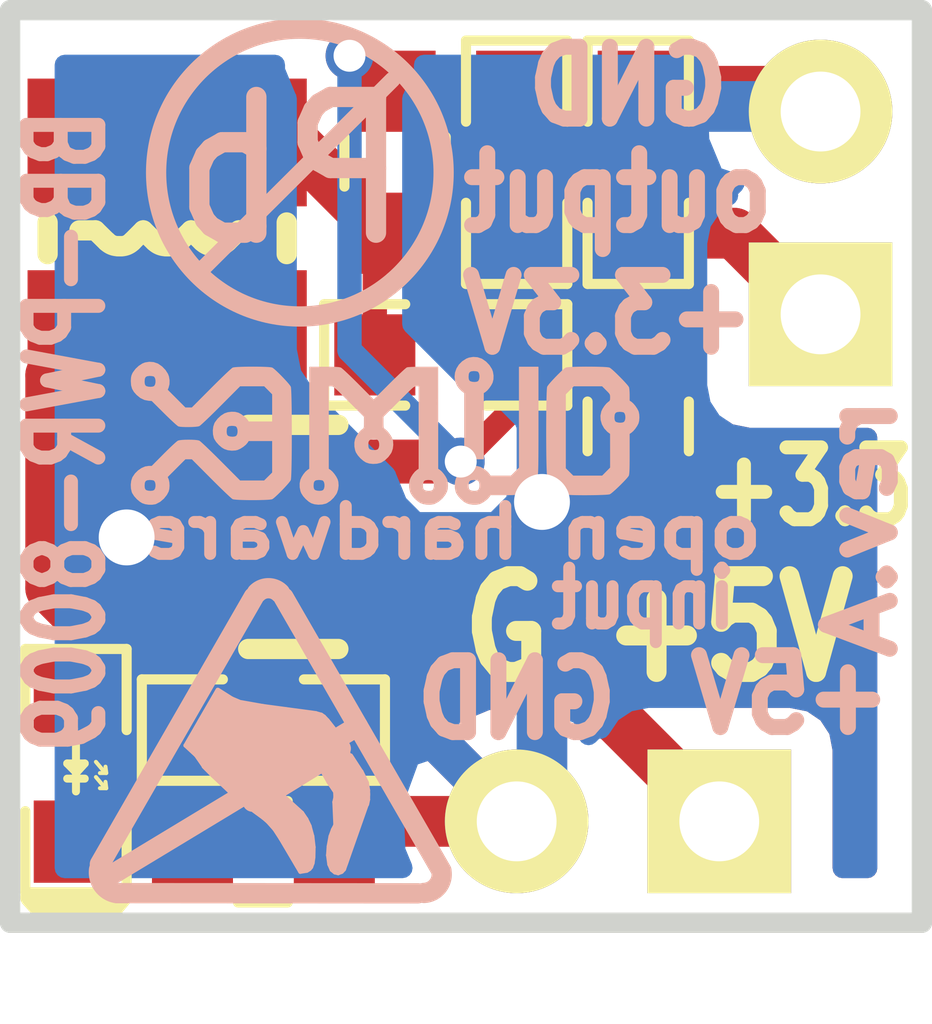
<source format=kicad_pcb>
(kicad_pcb (version 20171130) (host pcbnew "(5.1.12)-1")

  (general
    (thickness 1.6)
    (drawings 15)
    (tracks 65)
    (zones 0)
    (modules 17)
    (nets 7)
  )

  (page A4)
  (layers
    (0 F.Cu signal)
    (31 B.Cu signal)
    (32 B.Adhes user)
    (33 F.Adhes user)
    (34 B.Paste user)
    (35 F.Paste user)
    (36 B.SilkS user hide)
    (37 F.SilkS user)
    (38 B.Mask user)
    (39 F.Mask user)
    (40 Dwgs.User user)
    (41 Cmts.User user)
    (42 Eco1.User user)
    (43 Eco2.User user)
    (44 Edge.Cuts user)
    (45 Margin user)
    (46 B.CrtYd user)
    (47 F.CrtYd user)
    (48 B.Fab user)
    (49 F.Fab user)
  )

  (setup
    (last_trace_width 0.3048)
    (trace_clearance 0.2)
    (zone_clearance 0.508)
    (zone_45_only no)
    (trace_min 0.2)
    (via_size 0.6)
    (via_drill 0.4)
    (via_min_size 0.4)
    (via_min_drill 0.3)
    (uvia_size 0.3)
    (uvia_drill 0.1)
    (uvias_allowed no)
    (uvia_min_size 0)
    (uvia_min_drill 0)
    (edge_width 0.254)
    (segment_width 0.2)
    (pcb_text_width 0.3)
    (pcb_text_size 1.5 1.5)
    (mod_edge_width 0.15)
    (mod_text_size 1 1)
    (mod_text_width 0.15)
    (pad_size 0.9 0.9)
    (pad_drill 0.7)
    (pad_to_mask_clearance 0.1)
    (solder_mask_min_width 0.1)
    (aux_axis_origin 0 0)
    (visible_elements 7FFFFFFF)
    (pcbplotparams
      (layerselection 0x00000_80000001)
      (usegerberextensions false)
      (usegerberattributes true)
      (usegerberadvancedattributes true)
      (creategerberjobfile true)
      (excludeedgelayer true)
      (linewidth 0.100000)
      (plotframeref false)
      (viasonmask false)
      (mode 1)
      (useauxorigin false)
      (hpglpennumber 1)
      (hpglpenspeed 20)
      (hpglpendiameter 15.000000)
      (psnegative false)
      (psa4output false)
      (plotreference false)
      (plotvalue false)
      (plotinvisibletext false)
      (padsonsilk false)
      (subtractmaskfromsilk false)
      (outputformat 1)
      (mirror false)
      (drillshape 0)
      (scaleselection 1)
      (outputdirectory ""))
  )

  (net 0 "")
  (net 1 "Net-(C1-Pad1)")
  (net 2 GND)
  (net 3 "Net-(C2-Pad1)")
  (net 4 "Net-(C2-Pad2)")
  (net 5 "Net-(L1-Pad1)")
  (net 6 "Net-(D1-Pad1)")

  (net_class Default "This is the default net class."
    (clearance 0.2)
    (trace_width 0.3048)
    (via_dia 0.6)
    (via_drill 0.4)
    (uvia_dia 0.3)
    (uvia_drill 0.1)
    (add_net GND)
    (add_net "Net-(C1-Pad1)")
    (add_net "Net-(C2-Pad1)")
    (add_net "Net-(C2-Pad2)")
    (add_net "Net-(D1-Pad1)")
    (add_net "Net-(L1-Pad1)")
  )

  (module OLIMEX_Jumpers-FP:HN1x2_Jumper (layer F.Cu) (tedit 55714090) (tstamp 55701DF4)
    (at 25.4 21.59 90)
    (descr SIP4)
    (tags SIP4)
    (path /5570147E)
    (fp_text reference P2 (at -0.127 2.794 90) (layer F.SilkS) hide
      (effects (font (size 1 1) (thickness 0.25)))
    )
    (fp_text value HN1x2 (at 0.4064 2.7686 90) (layer F.Fab) hide
      (effects (font (size 1.1 1.1) (thickness 0.254)))
    )
    (pad 1 thru_hole rect (at -1.27 0 180) (size 1.8 1.8) (drill 1) (layers *.Cu *.Mask F.SilkS)
      (net 3 "Net-(C2-Pad1)") (solder_mask_margin 0.0508) (solder_paste_margin -0.0508))
    (pad 2 thru_hole circle (at 1.27 0 180) (size 1.8 1.8) (drill 1) (layers *.Cu *.Mask F.SilkS)
      (net 2 GND) (solder_mask_margin 0.0508) (solder_paste_margin -0.0508))
    (model Housings_SIP/SIP9_Housing.wrl
      (at (xyz 0 0 0))
      (scale (xyz 0.3937 0.3937 0.3937))
      (rotate (xyz 0 0 0))
    )
  )

  (module OLIMEX_Jumpers-FP:HN1x2_Jumper (layer F.Cu) (tedit 55714083) (tstamp 55701DEE)
    (at 22.86 29.21 180)
    (descr SIP4)
    (tags SIP4)
    (path /55700F41)
    (fp_text reference P1 (at 0 -2.54 180) (layer F.SilkS) hide
      (effects (font (size 1 1) (thickness 0.25)))
    )
    (fp_text value HN1x2 (at 0.4064 2.7686 180) (layer F.Fab) hide
      (effects (font (size 1.1 1.1) (thickness 0.254)))
    )
    (pad 1 thru_hole rect (at -1.27 0 270) (size 1.8 1.8) (drill 1) (layers *.Cu *.Mask F.SilkS)
      (net 1 "Net-(C1-Pad1)") (solder_mask_margin 0.0508) (solder_paste_margin -0.0508))
    (pad 2 thru_hole circle (at 1.27 0 270) (size 1.8 1.8) (drill 1) (layers *.Cu *.Mask F.SilkS)
      (net 2 GND) (solder_mask_margin 0.0508) (solder_paste_margin -0.0508))
    (model Housings_SIP/SIP9_Housing.wrl
      (at (xyz 0 0 0))
      (scale (xyz 0.3937 0.3937 0.3937))
      (rotate (xyz 0 0 0))
    )
  )

  (module OLIMEX_LEDs-FP:LED_0603_KA (layer F.Cu) (tedit 55702A34) (tstamp 557081AD)
    (at 16.0655 28.575 270)
    (descr CCCCC)
    (tags "resistor 0603")
    (path /557024F3)
    (attr smd)
    (fp_text reference D1 (at 0 1.905 270) (layer F.SilkS) hide
      (effects (font (size 1.1 1.1) (thickness 0.254)))
    )
    (fp_text value LED_RED_0603 (at 0 3.048 270) (layer F.Fab) hide
      (effects (font (size 1 1) (thickness 0.15)))
    )
    (fp_line (start -1.524 -0.635) (end -0.508 -0.635) (layer F.SilkS) (width 0.127))
    (fp_line (start -1.524 0.635) (end -0.508 0.635) (layer F.SilkS) (width 0.127))
    (fp_line (start -1.524 -0.635) (end -1.524 0.635) (layer F.SilkS) (width 0.127))
    (fp_line (start 1.524 0.635) (end 0.508 0.635) (layer F.SilkS) (width 0.127))
    (fp_line (start 1.524 -0.635) (end 1.524 0.635) (layer F.SilkS) (width 0.127))
    (fp_line (start 0.508 -0.635) (end 1.524 -0.635) (layer F.SilkS) (width 0.127))
    (fp_line (start -0.32 0) (end 0.26 0) (layer F.SilkS) (width 0.1))
    (fp_line (start -0.09 -0.11) (end -0.09 0.11) (layer F.SilkS) (width 0.1))
    (fp_line (start -0.09 -0.11) (end 0.02 -0.01) (layer F.SilkS) (width 0.1))
    (fp_line (start -0.09 0.11) (end 0.01 0.01) (layer F.SilkS) (width 0.1))
    (fp_line (start 0.1 -0.11) (end 0.1 0.11) (layer F.SilkS) (width 0.1))
    (fp_line (start -0.11 -0.25) (end 0.02 -0.36) (layer F.SilkS) (width 0.05))
    (fp_line (start 0.03 -0.38) (end -0.05 -0.37) (layer F.SilkS) (width 0.05))
    (fp_line (start 0.03 -0.38) (end 0.03 -0.3) (layer F.SilkS) (width 0.05))
    (fp_line (start 0.22 -0.38) (end 0.22 -0.3) (layer F.SilkS) (width 0.05))
    (fp_line (start 0.22 -0.38) (end 0.14 -0.37) (layer F.SilkS) (width 0.05))
    (fp_line (start 0.08 -0.25) (end 0.21 -0.36) (layer F.SilkS) (width 0.05))
    (fp_line (start 1.5875 -0.5715) (end 1.7399 -0.4445) (layer F.SilkS) (width 0.254))
    (fp_line (start 1.5875 0.5715) (end 1.7272 0.4445) (layer F.SilkS) (width 0.254))
    (fp_line (start 1.7399 -0.4191) (end 1.7399 0.4064) (layer F.SilkS) (width 0.254))
    (fp_line (start 1.6129 -0.4445) (end 1.6129 0.3556) (layer F.SilkS) (width 0.254))
    (pad 2 smd rect (at -0.889 0 270) (size 1.03 1.06) (layers F.Cu F.Paste F.Mask)
      (net 1 "Net-(C1-Pad1)"))
    (pad 1 smd rect (at 0.889 0 270) (size 1.03 1.06) (layers F.Cu F.Paste F.Mask)
      (net 6 "Net-(D1-Pad1)"))
    (model Resistors_SMD/R_0603.wrl
      (at (xyz 0 0 0))
      (scale (xyz 1 1 1))
      (rotate (xyz 0 0 0))
    )
  )

  (module kicad_wrk:C_0603 (layer F.Cu) (tedit 559A1B55) (tstamp 55701DD0)
    (at 18.415 28.067)
    (descr "Resistor SMD 0603, reflow soldering, Vishay (see dcrcw.pdf)")
    (tags "resistor 0603")
    (path /55700F73)
    (attr smd)
    (fp_text reference C1 (at -0.1778 0) (layer F.SilkS) hide
      (effects (font (size 1 1) (thickness 0.15)))
    )
    (fp_text value 22uF/6.3V (at -0.127 3.175) (layer F.SilkS) hide
      (effects (font (size 1 1) (thickness 0.15)))
    )
    (fp_line (start -1.524 -0.635) (end -0.508 -0.635) (layer F.SilkS) (width 0.127))
    (fp_line (start -1.524 0.635) (end -0.508 0.635) (layer F.SilkS) (width 0.127))
    (fp_line (start -1.524 -0.635) (end -1.524 0.635) (layer F.SilkS) (width 0.127))
    (fp_line (start 1.524 0.635) (end 0.508 0.635) (layer F.SilkS) (width 0.127))
    (fp_line (start 1.524 -0.635) (end 1.524 0.635) (layer F.SilkS) (width 0.127))
    (fp_line (start 0.508 -0.635) (end 1.524 -0.635) (layer F.SilkS) (width 0.127))
    (pad 1 smd rect (at -0.889 0) (size 1.016 1.016) (layers F.Cu F.Paste F.Mask)
      (net 1 "Net-(C1-Pad1)"))
    (pad 2 smd rect (at 0.889 0) (size 1.016 1.016) (layers F.Cu F.Paste F.Mask)
      (net 2 GND))
    (model Resistors_SMD/R_0603.wrl
      (at (xyz 0 0 0))
      (scale (xyz 1 1 1))
      (rotate (xyz 0 0 0))
    )
  )

  (module kicad_wrk:C_0603 (layer F.Cu) (tedit 559A1B85) (tstamp 55701DD6)
    (at 20.701 23.368)
    (descr "Resistor SMD 0603, reflow soldering, Vishay (see dcrcw.pdf)")
    (tags "resistor 0603")
    (path /5570121E)
    (attr smd)
    (fp_text reference C2 (at -0.1778 0.0508) (layer F.SilkS) hide
      (effects (font (size 1 1) (thickness 0.15)))
    )
    (fp_text value 22pF (at 4.445 -5.715) (layer F.SilkS) hide
      (effects (font (size 1 1) (thickness 0.15)))
    )
    (fp_line (start -1.524 -0.635) (end -0.508 -0.635) (layer F.SilkS) (width 0.127))
    (fp_line (start -1.524 0.635) (end -0.508 0.635) (layer F.SilkS) (width 0.127))
    (fp_line (start -1.524 -0.635) (end -1.524 0.635) (layer F.SilkS) (width 0.127))
    (fp_line (start 1.524 0.635) (end 0.508 0.635) (layer F.SilkS) (width 0.127))
    (fp_line (start 1.524 -0.635) (end 1.524 0.635) (layer F.SilkS) (width 0.127))
    (fp_line (start 0.508 -0.635) (end 1.524 -0.635) (layer F.SilkS) (width 0.127))
    (pad 1 smd rect (at -0.889 0) (size 1.016 1.016) (layers F.Cu F.Paste F.Mask)
      (net 3 "Net-(C2-Pad1)"))
    (pad 2 smd rect (at 0.889 0) (size 1.016 1.016) (layers F.Cu F.Paste F.Mask)
      (net 4 "Net-(C2-Pad2)"))
    (model Resistors_SMD/R_0603.wrl
      (at (xyz 0 0 0))
      (scale (xyz 1 1 1))
      (rotate (xyz 0 0 0))
    )
  )

  (module kicad_wrk:C_0603 (layer F.Cu) (tedit 559A1B82) (tstamp 55701DDC)
    (at 23.114 20.955 90)
    (descr "Resistor SMD 0603, reflow soldering, Vishay (see dcrcw.pdf)")
    (tags "resistor 0603")
    (path /557012A8)
    (attr smd)
    (fp_text reference C3 (at 2.9972 0.1016 90) (layer F.SilkS) hide
      (effects (font (size 1 1) (thickness 0.15)))
    )
    (fp_text value 22uF/6.3V (at -0.254 13.081 90) (layer F.SilkS) hide
      (effects (font (size 1 1) (thickness 0.15)))
    )
    (fp_line (start -1.524 -0.635) (end -0.508 -0.635) (layer F.SilkS) (width 0.127))
    (fp_line (start -1.524 0.635) (end -0.508 0.635) (layer F.SilkS) (width 0.127))
    (fp_line (start -1.524 -0.635) (end -1.524 0.635) (layer F.SilkS) (width 0.127))
    (fp_line (start 1.524 0.635) (end 0.508 0.635) (layer F.SilkS) (width 0.127))
    (fp_line (start 1.524 -0.635) (end 1.524 0.635) (layer F.SilkS) (width 0.127))
    (fp_line (start 0.508 -0.635) (end 1.524 -0.635) (layer F.SilkS) (width 0.127))
    (pad 1 smd rect (at -0.889 0 90) (size 1.016 1.016) (layers F.Cu F.Paste F.Mask)
      (net 3 "Net-(C2-Pad1)"))
    (pad 2 smd rect (at 0.889 0 90) (size 1.016 1.016) (layers F.Cu F.Paste F.Mask)
      (net 2 GND))
    (model Resistors_SMD/R_0603.wrl
      (at (xyz 0 0 0))
      (scale (xyz 1 1 1))
      (rotate (xyz 0 0 0))
    )
  )

  (module kicad_wrk:C_0603 (layer F.Cu) (tedit 559A1B80) (tstamp 55701DE2)
    (at 21.59 20.955 90)
    (descr "Resistor SMD 0603, reflow soldering, Vishay (see dcrcw.pdf)")
    (tags "resistor 0603")
    (path /557012DF)
    (attr smd)
    (fp_text reference C4 (at 3.7846 0.0508 90) (layer F.SilkS) hide
      (effects (font (size 1 1) (thickness 0.15)))
    )
    (fp_text value 22uF/6.3V (at -0.889 12.954 90) (layer F.SilkS) hide
      (effects (font (size 1 1) (thickness 0.15)))
    )
    (fp_line (start -1.524 -0.635) (end -0.508 -0.635) (layer F.SilkS) (width 0.127))
    (fp_line (start -1.524 0.635) (end -0.508 0.635) (layer F.SilkS) (width 0.127))
    (fp_line (start -1.524 -0.635) (end -1.524 0.635) (layer F.SilkS) (width 0.127))
    (fp_line (start 1.524 0.635) (end 0.508 0.635) (layer F.SilkS) (width 0.127))
    (fp_line (start 1.524 -0.635) (end 1.524 0.635) (layer F.SilkS) (width 0.127))
    (fp_line (start 0.508 -0.635) (end 1.524 -0.635) (layer F.SilkS) (width 0.127))
    (pad 1 smd rect (at -0.889 0 90) (size 1.016 1.016) (layers F.Cu F.Paste F.Mask)
      (net 3 "Net-(C2-Pad1)"))
    (pad 2 smd rect (at 0.889 0 90) (size 1.016 1.016) (layers F.Cu F.Paste F.Mask)
      (net 2 GND))
    (model Resistors_SMD/R_0603.wrl
      (at (xyz 0 0 0))
      (scale (xyz 1 1 1))
      (rotate (xyz 0 0 0))
    )
  )

  (module OLIMEX_RLC-FP:CD32 (layer F.Cu) (tedit 55702A3E) (tstamp 55701DE8)
    (at 17.2085 21.9075 90)
    (descr "ROTATED COUNTERCLOCKWISE 90")
    (tags "ROTATED COUNTERCLOCKWISE 90")
    (path /557011F1)
    (attr smd)
    (fp_text reference L1 (at -4.953 -0.127 180) (layer F.SilkS) hide
      (effects (font (size 1 1) (thickness 0.25)))
    )
    (fp_text value 2.2uH/1.5A/JCR<0.1R/CD32 (at -7.747 0.127 180) (layer F.Fab) hide
      (effects (font (size 0.5 0.5) (thickness 0.125)))
    )
    (fp_line (start 0.09906 -0.89916) (end 0.09906 -1.09982) (layer F.SilkS) (width 0.254))
    (fp_line (start -0.04064 -0.75692) (end 0.09906 -0.89916) (layer F.SilkS) (width 0.254))
    (fp_line (start -0.09906 -0.58166) (end -0.09906 -0.61468) (layer F.SilkS) (width 0.254))
    (fp_line (start 0.09906 -0.29972) (end -0.04064 -0.43942) (layer F.SilkS) (width 0.254))
    (fp_line (start -0.04064 -0.15748) (end 0.09906 -0.29972) (layer F.SilkS) (width 0.254))
    (fp_line (start -0.09906 0.01524) (end -0.09906 -0.01524) (layer F.SilkS) (width 0.254))
    (fp_line (start 0.09906 0.29972) (end -0.04064 0.15748) (layer F.SilkS) (width 0.254))
    (fp_line (start -0.04064 0.43942) (end 0.09906 0.29972) (layer F.SilkS) (width 0.254))
    (fp_line (start -0.09906 0.61468) (end -0.09906 0.58166) (layer F.SilkS) (width 0.254))
    (fp_line (start 0.09906 0.89916) (end -0.04064 0.75692) (layer F.SilkS) (width 0.254))
    (fp_line (start 0.09906 1.09982) (end 0.09906 0.89916) (layer F.SilkS) (width 0.254))
    (fp_line (start 0.19812 -1.4986) (end -0.19812 -1.4986) (layer F.SilkS) (width 0.254))
    (fp_line (start 0.19812 1.4986) (end -0.19812 1.4986) (layer F.SilkS) (width 0.254))
    (fp_arc (start 0.09906 0.61468) (end -0.04064 0.75692) (angle 44.9) (layer F.SilkS) (width 0.254))
    (fp_arc (start 0.09906 0.58166) (end -0.09906 0.58166) (angle 44.9) (layer F.SilkS) (width 0.254))
    (fp_arc (start 0.09906 0.01524) (end -0.04064 0.15748) (angle 44.9) (layer F.SilkS) (width 0.254))
    (fp_arc (start 0.09906 -0.01524) (end -0.09906 -0.01524) (angle 44.9) (layer F.SilkS) (width 0.254))
    (fp_arc (start 0.09906 -0.58166) (end -0.04064 -0.43942) (angle 44.9) (layer F.SilkS) (width 0.254))
    (fp_arc (start 0.09906 -0.61468) (end -0.09906 -0.61468) (angle 44.9) (layer F.SilkS) (width 0.254))
    (pad 1 smd rect (at -1.2 0 180) (size 3.5 1.6) (layers F.Cu F.Paste F.Mask)
      (net 5 "Net-(L1-Pad1)") (solder_mask_margin 0.0508) (solder_paste_margin -0.0508) (clearance 0.0508))
    (pad 2 smd rect (at 1.2 0 180) (size 3.5 1.6) (layers F.Cu F.Paste F.Mask)
      (net 3 "Net-(C2-Pad1)") (solder_mask_margin 0.0508) (solder_paste_margin -0.0508) (clearance 0.0508))
  )

  (module OLIMEX_RLC-FP:R_0603_DWS (layer F.Cu) (tedit 559A1B7F) (tstamp 55701DFA)
    (at 20.066 20.955 90)
    (descr "Resistor SMD 0603, reflow soldering, Vishay (see dcrcw.pdf)")
    (tags "resistor 0603")
    (path /5570124B)
    (attr smd)
    (fp_text reference R1 (at 3.7846 -0.0254 90) (layer F.SilkS) hide
      (effects (font (size 1.1 1.1) (thickness 0.254)))
    )
    (fp_text value "4.99K 1%" (at 0 12.573 90) (layer F.Fab) hide
      (effects (font (size 1 1) (thickness 0.15)))
    )
    (fp_line (start -1.524 -0.635) (end -0.508 -0.635) (layer Dwgs.User) (width 0.127))
    (fp_line (start -1.524 0.635) (end -0.508 0.635) (layer Dwgs.User) (width 0.127))
    (fp_line (start -1.524 -0.635) (end -1.524 0.635) (layer Dwgs.User) (width 0.127))
    (fp_line (start 1.524 0.635) (end 0.508 0.635) (layer Dwgs.User) (width 0.127))
    (fp_line (start 1.524 -0.635) (end 1.524 0.635) (layer Dwgs.User) (width 0.127))
    (fp_line (start 0.508 -0.635) (end 1.524 -0.635) (layer Dwgs.User) (width 0.127))
    (fp_line (start -0.3048 -0.635) (end 0.3175 -0.635) (layer F.SilkS) (width 0.127))
    (fp_line (start -0.3048 0.635) (end 0.3175 0.635) (layer F.SilkS) (width 0.127))
    (pad 1 smd rect (at -0.889 0 90) (size 1.016 1.016) (layers F.Cu F.Paste F.Mask)
      (net 3 "Net-(C2-Pad1)") (solder_mask_margin 0.0508) (solder_paste_margin -0.0508) (clearance 0.0508))
    (pad 2 smd rect (at 0.889 0 90) (size 1.016 1.016) (layers F.Cu F.Paste F.Mask)
      (net 4 "Net-(C2-Pad2)") (solder_mask_margin 0.0508) (solder_paste_margin -0.0508) (clearance 0.0508))
    (model Resistors_SMD/R_0603.wrl
      (at (xyz 0 0 0))
      (scale (xyz 1 1 1))
      (rotate (xyz 0 0 0))
    )
  )

  (module OLIMEX_RLC-FP:R_0603_DWS (layer F.Cu) (tedit 559A1B9A) (tstamp 55701E00)
    (at 23.114 24.257 270)
    (descr "Resistor SMD 0603, reflow soldering, Vishay (see dcrcw.pdf)")
    (tags "resistor 0603")
    (path /5570126C)
    (attr smd)
    (fp_text reference R2 (at 0.0254 0.0508 270) (layer F.SilkS) hide
      (effects (font (size 1.1 1.1) (thickness 0.254)))
    )
    (fp_text value "1.1K 1%" (at 0.635 -7.493 270) (layer F.Fab) hide
      (effects (font (size 1 1) (thickness 0.15)))
    )
    (fp_line (start -1.524 -0.635) (end -0.508 -0.635) (layer Dwgs.User) (width 0.127))
    (fp_line (start -1.524 0.635) (end -0.508 0.635) (layer Dwgs.User) (width 0.127))
    (fp_line (start -1.524 -0.635) (end -1.524 0.635) (layer Dwgs.User) (width 0.127))
    (fp_line (start 1.524 0.635) (end 0.508 0.635) (layer Dwgs.User) (width 0.127))
    (fp_line (start 1.524 -0.635) (end 1.524 0.635) (layer Dwgs.User) (width 0.127))
    (fp_line (start 0.508 -0.635) (end 1.524 -0.635) (layer Dwgs.User) (width 0.127))
    (fp_line (start -0.3048 -0.635) (end 0.3175 -0.635) (layer F.SilkS) (width 0.127))
    (fp_line (start -0.3048 0.635) (end 0.3175 0.635) (layer F.SilkS) (width 0.127))
    (pad 1 smd rect (at -0.889 0 270) (size 1.016 1.016) (layers F.Cu F.Paste F.Mask)
      (net 4 "Net-(C2-Pad2)") (solder_mask_margin 0.0508) (solder_paste_margin -0.0508) (clearance 0.0508))
    (pad 2 smd rect (at 0.889 0 270) (size 1.016 1.016) (layers F.Cu F.Paste F.Mask)
      (net 2 GND) (solder_mask_margin 0.0508) (solder_paste_margin -0.0508) (clearance 0.0508))
    (model Resistors_SMD/R_0603.wrl
      (at (xyz 0 0 0))
      (scale (xyz 1 1 1))
      (rotate (xyz 0 0 0))
    )
  )

  (module OLIMEX_IC-FP:SOT-23-5 (layer F.Cu) (tedit 55702A2A) (tstamp 55701E09)
    (at 18.796 25.654 180)
    (path /5570110E)
    (fp_text reference U1 (at -1.143 3.175 180) (layer F.SilkS) hide
      (effects (font (size 1.1 1.1) (thickness 0.254)))
    )
    (fp_text value "SY8009AAAC(SOT23-5)" (at 6.477 3.683 180) (layer F.Fab) hide
      (effects (font (size 1.1 1.1) (thickness 0.254)))
    )
    (fp_line (start 0.80518 1.40208) (end 0.79756 -1.4097) (layer Dwgs.User) (width 0.15))
    (fp_line (start -0.80264 -1.40208) (end -0.79502 1.40208) (layer Dwgs.User) (width 0.15))
    (fp_line (start -0.5588 -1.397) (end 0.5715 -1.397) (layer F.SilkS) (width 0.254))
    (fp_line (start -0.5588 1.4097) (end 0.5715 1.4097) (layer F.SilkS) (width 0.254))
    (pad 4 smd rect (at -1.3 -0.95 180) (size 1.2 0.55) (layers F.Cu F.Paste F.Mask)
      (net 1 "Net-(C1-Pad1)") (solder_mask_margin 0.0508) (solder_paste_margin -0.0508) (clearance 0.0508))
    (pad 5 smd rect (at -1.3 0.95 180) (size 1.2 0.55) (layers F.Cu F.Paste F.Mask)
      (net 4 "Net-(C2-Pad2)") (solder_mask_margin 0.0508) (solder_paste_margin -0.0508) (clearance 0.0508))
    (pad 3 smd rect (at 1.3 -0.95 180) (size 1.2 0.55) (layers F.Cu F.Paste F.Mask)
      (net 5 "Net-(L1-Pad1)") (solder_mask_margin 0.0508) (solder_paste_margin -0.0508) (clearance 0.0508))
    (pad 2 smd rect (at 1.3 0 180) (size 1.2 0.55) (layers F.Cu F.Paste F.Mask)
      (net 2 GND) (solder_mask_margin 0.0508) (solder_paste_margin -0.0508) (clearance 0.0508))
    (pad 1 smd rect (at 1.3 0.95 180) (size 1.2 0.55) (layers F.Cu F.Paste F.Mask)
      (net 1 "Net-(C1-Pad1)") (solder_mask_margin 0.0508) (solder_paste_margin -0.0508) (clearance 0.0508))
  )

  (module OLIMEX_RLC-FP:R_0603_DWS (layer F.Cu) (tedit 559A1B53) (tstamp 557081BB)
    (at 18.415 29.591 180)
    (descr "Resistor SMD 0603, reflow soldering, Vishay (see dcrcw.pdf)")
    (tags "resistor 0603")
    (path /5570251F)
    (attr smd)
    (fp_text reference R3 (at 0.2286 -0.1016 180) (layer F.SilkS) hide
      (effects (font (size 1.1 1.1) (thickness 0.254)))
    )
    (fp_text value 2.2K (at -0.127 -3.937 180) (layer F.Fab) hide
      (effects (font (size 1 1) (thickness 0.15)))
    )
    (fp_line (start -1.524 -0.635) (end -0.508 -0.635) (layer Dwgs.User) (width 0.127))
    (fp_line (start -1.524 0.635) (end -0.508 0.635) (layer Dwgs.User) (width 0.127))
    (fp_line (start -1.524 -0.635) (end -1.524 0.635) (layer Dwgs.User) (width 0.127))
    (fp_line (start 1.524 0.635) (end 0.508 0.635) (layer Dwgs.User) (width 0.127))
    (fp_line (start 1.524 -0.635) (end 1.524 0.635) (layer Dwgs.User) (width 0.127))
    (fp_line (start 0.508 -0.635) (end 1.524 -0.635) (layer Dwgs.User) (width 0.127))
    (fp_line (start -0.3048 -0.635) (end 0.3175 -0.635) (layer F.SilkS) (width 0.127))
    (fp_line (start -0.3048 0.635) (end 0.3175 0.635) (layer F.SilkS) (width 0.127))
    (pad 1 smd rect (at -0.889 0 180) (size 1.016 1.016) (layers F.Cu F.Paste F.Mask)
      (net 2 GND) (solder_mask_margin 0.0508) (solder_paste_margin -0.0508) (clearance 0.0508))
    (pad 2 smd rect (at 0.889 0 180) (size 1.016 1.016) (layers F.Cu F.Paste F.Mask)
      (net 6 "Net-(D1-Pad1)") (solder_mask_margin 0.0508) (solder_paste_margin -0.0508) (clearance 0.0508))
    (model Resistors_SMD/R_0603.wrl
      (at (xyz 0 0 0))
      (scale (xyz 1 1 1))
      (rotate (xyz 0 0 0))
    )
  )

  (module OLIMEX_Other-FP:via_09_07 (layer F.Cu) (tedit 55702E9C) (tstamp 5570B846)
    (at 16.7005 25.654)
    (fp_text reference Ref** (at 0 0.5) (layer F.SilkS) hide
      (effects (font (size 1 1) (thickness 0.15)))
    )
    (fp_text value Val** (at 0 -0.7874) (layer F.Fab) hide
      (effects (font (size 1 1) (thickness 0.15)))
    )
    (pad 0 thru_hole circle (at 0 0) (size 0.8382 0.8382) (drill 0.7) (layers *.Cu)
      (net 2 GND) (zone_connect 2))
  )

  (module OLIMEX_Other-FP:via_09_07 (layer F.Cu) (tedit 55703052) (tstamp 5570B89F)
    (at 21.9075 25.273)
    (fp_text reference Ref** (at 0 0.5) (layer F.SilkS) hide
      (effects (font (size 1 1) (thickness 0.15)))
    )
    (fp_text value Val** (at 0 -0.7874) (layer F.Fab) hide
      (effects (font (size 1 1) (thickness 0.15)))
    )
    (pad 0 thru_hole circle (at 0 -0.0635) (size 0.9 0.9) (drill 0.7) (layers *.Cu)
      (net 2 GND) (zone_connect 2))
  )

  (module OLIMEX_LOGOs-FP:LOGO_ANTISTATIC_SMALL_4.5mmX2.8mm (layer B.Cu) (tedit 553A307F) (tstamp 5570B932)
    (at 18.4785 28.194 180)
    (fp_text reference "" (at 0 3.0226 180) (layer B.SilkS)
      (effects (font (size 1 1) (thickness 0.15)) (justify mirror))
    )
    (fp_text value "" (at -0.02286 -3.302 180) (layer B.Fab)
      (effects (font (size 1 1) (thickness 0.15)) (justify mirror))
    )
    (fp_line (start 0.18542 1.79324) (end 2.11328 -1.55194) (layer B.SilkS) (width 0.254))
    (fp_line (start -1.87198 -1.9177) (end 1.8923 -1.91516) (layer B.SilkS) (width 0.254))
    (fp_line (start -2.16916 -1.63576) (end -0.1905 1.78816) (layer B.SilkS) (width 0.254))
    (fp_line (start 0.18542 -0.88392) (end 0.0635 -0.97282) (layer B.SilkS) (width 0.05))
    (fp_line (start 0.0635 -0.97282) (end 0.00762 -1.02108) (layer B.SilkS) (width 0.05))
    (fp_line (start 0.00762 -1.02108) (end -0.0762 -1.11506) (layer B.SilkS) (width 0.05))
    (fp_line (start -0.1524 -1.2319) (end -0.39878 -1.64846) (layer B.SilkS) (width 0.05))
    (fp_line (start -0.0762 -1.11506) (end -0.1524 -1.2319) (layer B.SilkS) (width 0.05))
    (fp_line (start -0.39878 -1.64846) (end -0.47752 -1.63576) (layer B.SilkS) (width 0.05))
    (fp_line (start -0.48006 -1.63576) (end -0.51308 -1.61544) (layer B.SilkS) (width 0.05))
    (fp_line (start -0.51816 -1.61036) (end -0.53594 -1.58875) (layer B.SilkS) (width 0.05))
    (fp_line (start -0.53594 -1.5875) (end -0.55372 -1.53924) (layer B.SilkS) (width 0.05))
    (fp_line (start -0.55372 -1.53924) (end -0.56398 -1.46558) (layer B.SilkS) (width 0.05))
    (fp_line (start -0.56388 -1.46558) (end -0.56642 -1.33858) (layer B.SilkS) (width 0.05))
    (fp_line (start -0.56642 -1.33858) (end -0.55118 -1.20396) (layer B.SilkS) (width 0.05))
    (fp_line (start -0.55118 -1.20396) (end -0.51816 -1.08204) (layer B.SilkS) (width 0.05))
    (fp_line (start -0.51816 -1.07696) (end -0.47498 -0.98806) (layer B.SilkS) (width 0.05))
    (fp_line (start -0.47498 -0.98806) (end -0.42164 -0.90932) (layer B.SilkS) (width 0.05))
    (fp_line (start -0.42164 -0.90932) (end -0.17526 -0.6858) (layer B.SilkS) (width 0.05))
    (fp_line (start -0.1778 -0.68834) (end -0.6731 -0.38354) (layer B.SilkS) (width 0.05))
    (fp_line (start -0.6731 -0.38354) (end -0.75184 -0.52324) (layer B.SilkS) (width 0.05))
    (fp_line (start -0.75184 -0.52324) (end -0.83566 -0.6477) (layer B.SilkS) (width 0.05))
    (fp_line (start -0.83566 -0.6477) (end -0.8382 -0.70612) (layer B.SilkS) (width 0.05))
    (fp_line (start -0.84074 -0.70612) (end -0.8255 -0.7747) (layer B.SilkS) (width 0.05))
    (fp_line (start -0.8255 -0.7747) (end -0.8382 -1.06172) (layer B.SilkS) (width 0.05))
    (fp_line (start -0.8382 -1.06172) (end -0.80772 -1.12014) (layer B.SilkS) (width 0.05))
    (fp_line (start -0.80772 -1.12014) (end -0.77724 -1.20396) (layer B.SilkS) (width 0.05))
    (fp_line (start -0.77724 -1.20396) (end -0.75438 -1.32842) (layer B.SilkS) (width 0.05))
    (fp_line (start -0.75438 -1.32842) (end -0.74676 -1.44018) (layer B.SilkS) (width 0.05))
    (fp_line (start -0.74676 -1.44018) (end -0.762 -1.55448) (layer B.SilkS) (width 0.05))
    (fp_line (start -0.762 -1.55448) (end -0.79248 -1.62306) (layer B.SilkS) (width 0.05))
    (fp_line (start -0.79248 -1.62306) (end -0.83312 -1.65608) (layer B.SilkS) (width 0.05))
    (fp_line (start -0.83312 -1.65608) (end -0.87376 -1.66624) (layer B.SilkS) (width 0.05))
    (fp_line (start -0.87376 -1.66624) (end -0.9144 -1.651) (layer B.SilkS) (width 0.05))
    (fp_line (start -0.91948 -1.64846) (end -0.94742 -1.61798) (layer B.SilkS) (width 0.05))
    (fp_line (start -0.94742 -1.61798) (end -1.23444 -0.80264) (layer B.SilkS) (width 0.05))
    (fp_line (start -1.23698 -0.80518) (end -1.24968 -0.74422) (layer B.SilkS) (width 0.05))
    (fp_line (start -1.24968 -0.74168) (end -1.24968 -0.62738) (layer B.SilkS) (width 0.05))
    (fp_line (start -1.24968 -0.62484) (end -1.23444 -0.5334) (layer B.SilkS) (width 0.05))
    (fp_line (start -1.23444 -0.53) (end -1.16586 -0.39) (layer B.SilkS) (width 0.05))
    (fp_line (start -1.16586 -0.3937) (end -1.03378 -0.1905) (layer B.SilkS) (width 0.05))
    (fp_line (start -0.83566 0.12954) (end -0.74168 0.24892) (layer B.SilkS) (width 0.05))
    (fp_line (start -0.74168 0.24892) (end -0.6985 0.29464) (layer B.SilkS) (width 0.05))
    (fp_line (start -0.69596 0.29718) (end -0.66294 0.32004) (layer B.SilkS) (width 0.05))
    (fp_line (start -0.66294 0.32004) (end -0.59182 0.34036) (layer B.SilkS) (width 0.05))
    (fp_line (start -0.59182 0.34036) (end 0.07112 0.42926) (layer B.SilkS) (width 0.05))
    (fp_line (start 0.07112 0.42926) (end 0.3429 0.47752) (layer B.SilkS) (width 0.05))
    (fp_line (start 0.34544 0.47498) (end 0.45974 0.52324) (layer B.SilkS) (width 0.05))
    (fp_line (start 0.45974 0.52324) (end 0.63246 0.63246) (layer B.SilkS) (width 0.05))
    (fp_line (start 0.63754 0.63246) (end 1.0414 -0.06604) (layer B.SilkS) (width 0.05))
    (fp_line (start 1.0414 -0.06604) (end 0.90932 -0.18796) (layer B.SilkS) (width 0.05))
    (fp_line (start 0.90678 -0.1905) (end 0.80772 -0.33274) (layer B.SilkS) (width 0.05))
    (fp_line (start 0.70104 -0.44196) (end 0.49022 -0.64008) (layer B.SilkS) (width 0.05))
    (fp_line (start 0.8128 -0.3302) (end 0.6985 -0.4445) (layer B.SilkS) (width 0.05))
    (fp_line (start -0.6858 0.1524) (end 0.4572 -0.51308) (layer B.SilkS) (width 0.254))
    (fp_line (start -0.48006 0.21844) (end 0.54356 -0.4191) (layer B.SilkS) (width 0.254))
    (fp_line (start -0.20828 0.28702) (end 0.68072 -0.28702) (layer B.SilkS) (width 0.254))
    (fp_line (start 0.09398 0.32258) (end 0.79248 -0.13716) (layer B.SilkS) (width 0.254))
    (fp_line (start 0.35814 0.36576) (end 0.89408 -0.02032) (layer B.SilkS) (width 0.254))
    (fp_line (start 0.51308 0.4318) (end 0.73914 0.2413) (layer B.SilkS) (width 0.254))
    (fp_line (start -0.58928 0.22098) (end 0.38862 0.36576) (layer B.SilkS) (width 0.254))
    (fp_line (start 0.5969 0.4826) (end 0.77724 0.18542) (layer B.SilkS) (width 0.254))
    (fp_line (start 0.77216 -0.1397) (end 0.59436 -0.36068) (layer B.SilkS) (width 0.254))
    (fp_line (start -0.91948 -0.22352) (end -1.12014 -0.59944) (layer B.SilkS) (width 0.254))
    (fp_line (start -0.76454 -0.27432) (end -1.05156 -0.71374) (layer B.SilkS) (width 0.254))
    (fp_line (start -1.14808 -0.67818) (end -0.8763 -1.5113) (layer B.SilkS) (width 0.254))
    (fp_line (start -0.9525 -0.635) (end -0.97028 -1.03632) (layer B.SilkS) (width 0.254))
    (fp_line (start -0.97028 -1.04394) (end -0.87884 -1.36906) (layer B.SilkS) (width 0.254))
    (fp_line (start -0.42418 -1.27254) (end -0.4445 -1.52146) (layer B.SilkS) (width 0.254))
    (fp_line (start -0.35052 -1.0287) (end -0.42418 -1.27254) (layer B.SilkS) (width 0.254))
    (fp_line (start 0.00508 -0.70358) (end -0.35052 -1.0287) (layer B.SilkS) (width 0.254))
    (fp_line (start -0.24638 -1.1303) (end 0.06096 -0.80518) (layer B.SilkS) (width 0.254))
    (fp_line (start -0.4445 -1.52146) (end -0.24638 -1.1303) (layer B.SilkS) (width 0.254))
    (fp_line (start -1.12014 0.1778) (end 2.09296 -1.76276) (layer B.SilkS) (width 0.254))
    (fp_line (start -0.90678 -0.10414) (end 0.19812 -0.76962) (layer B.SilkS) (width 0.254))
    (fp_arc (start 1.86436 -1.65608) (end 2.12344 -1.62052) (angle -90) (layer B.SilkS) (width 0.254))
    (fp_arc (start -1.94056 -1.68148) (end -1.95072 -1.91262) (angle -90) (layer B.SilkS) (width 0.254))
    (fp_arc (start 0 1.69926) (end -0.14478 1.84404) (angle -90) (layer B.SilkS) (width 0.254))
  )

  (module OLIMEX_LOGOs-FP:LOGO_OLIMEX_80 (layer B.Cu) (tedit 550FAFDC) (tstamp 5570E85A)
    (at 19.939 24.3205 180)
    (fp_text reference "" (at 0 0 180) (layer B.SilkS) hide
      (effects (font (size 1.524 1.524) (thickness 0.3)) (justify mirror))
    )
    (fp_text value "" (at 0.75 0 180) (layer B.SilkS) hide
      (effects (font (size 1.524 1.524) (thickness 0.3)) (justify mirror))
    )
    (fp_poly (pts (xy -0.877027 0.677084) (xy -0.884353 0.623998) (xy -0.90512 0.572934) (xy -0.923467 0.545138)
      (xy -0.943238 0.522204) (xy -0.964684 0.501389) (xy -0.972909 0.494705) (xy -0.9978 0.47625)
      (xy -0.99801 0.062865) (xy -0.99822 -0.35052) (xy -1.04394 -0.35052) (xy -1.04394 0.68199)
      (xy -1.047007 0.716185) (xy -1.057575 0.738242) (xy -1.077698 0.750257) (xy -1.109429 0.754325)
      (xy -1.114874 0.75438) (xy -1.140529 0.752605) (xy -1.161358 0.748072) (xy -1.168632 0.744651)
      (xy -1.181853 0.726655) (xy -1.188833 0.700109) (xy -1.189563 0.670333) (xy -1.184032 0.64265)
      (xy -1.172232 0.622383) (xy -1.168862 0.619497) (xy -1.148757 0.611714) (xy -1.121251 0.609164)
      (xy -1.09248 0.611551) (xy -1.06858 0.618574) (xy -1.05918 0.62484) (xy -1.049325 0.639524)
      (xy -1.044725 0.660981) (xy -1.04394 0.68199) (xy -1.04394 -0.35052) (xy -1.11633 -0.35052)
      (xy -1.23444 -0.35052) (xy -1.234462 0.062865) (xy -1.234484 0.47625) (xy -1.257799 0.49149)
      (xy -1.280587 0.511148) (xy -1.305268 0.539897) (xy -1.32799 0.572712) (xy -1.344904 0.604568)
      (xy -1.345451 0.605862) (xy -1.355908 0.647135) (xy -1.357114 0.694301) (xy -1.34936 0.741375)
      (xy -1.337265 0.774204) (xy -1.306381 0.82234) (xy -1.264933 0.865293) (xy -1.217559 0.898391)
      (xy -1.210243 0.902209) (xy -1.160723 0.918858) (xy -1.107247 0.923004) (xy -1.054573 0.914645)
      (xy -1.022417 0.902209) (xy -0.970933 0.869287) (xy -0.930093 0.828295) (xy -0.900456 0.781252)
      (xy -0.882581 0.730175) (xy -0.877027 0.677084)) (layer B.SilkS) (width 0.009))
    (fp_poly (pts (xy -2.025681 -0.010469) (xy -2.025804 -0.091315) (xy -2.026172 -0.170484) (xy -2.026785 -0.246439)
      (xy -2.027644 -0.317645) (xy -2.028749 -0.382565) (xy -2.0301 -0.439665) (xy -2.031699 -0.487407)
      (xy -2.033545 -0.524258) (xy -2.035639 -0.54868) (xy -2.037564 -0.55841) (xy -2.046923 -0.572554)
      (xy -2.065292 -0.594533) (xy -2.090489 -0.622183) (xy -2.120328 -0.653335) (xy -2.152626 -0.685824)
      (xy -2.185198 -0.717484) (xy -2.215862 -0.746148) (xy -2.242432 -0.76965) (xy -2.262726 -0.785824)
      (xy -2.26314 -0.786073) (xy -2.26314 -0.46907) (xy -2.26314 -0.004221) (xy -2.26314 0.460628)
      (xy -2.314371 0.512254) (xy -2.365601 0.56388) (xy -2.544684 0.56388) (xy -2.723768 0.56388)
      (xy -2.775394 0.512649) (xy -2.799286 0.488642) (xy -2.814364 0.471679) (xy -2.822656 0.458094)
      (xy -2.826188 0.44422) (xy -2.826988 0.426391) (xy -2.826998 0.419304) (xy -2.826183 0.394307)
      (xy -2.822334 0.379224) (xy -2.813293 0.368757) (xy -2.803661 0.36195) (xy -2.778993 0.340557)
      (xy -2.753557 0.309955) (xy -2.731257 0.275439) (xy -2.71648 0.243698) (xy -2.7056 0.190908)
      (xy -2.708404 0.136674) (xy -2.723955 0.083848) (xy -2.751316 0.035283) (xy -2.789551 -0.006166)
      (xy -2.801709 -0.015835) (xy -2.8266 -0.03429) (xy -2.82681 -0.247459) (xy -2.82702 -0.460627)
      (xy -2.775789 -0.512254) (xy -2.724559 -0.56388) (xy -2.541679 -0.56388) (xy -2.3588 -0.56388)
      (xy -2.31097 -0.516475) (xy -2.26314 -0.46907) (xy -2.26314 -0.786073) (xy -2.273161 -0.792102)
      (xy -2.28819 -0.794766) (xy -2.316033 -0.796904) (xy -2.354405 -0.798531) (xy -2.401022 -0.79966)
      (xy -2.4536 -0.800304) (xy -2.509856 -0.800478) (xy -2.567503 -0.800195) (xy -2.62426 -0.79947)
      (xy -2.67784 -0.798314) (xy -2.725961 -0.796743) (xy -2.766337 -0.79477) (xy -2.796686 -0.792409)
      (xy -2.814721 -0.789672) (xy -2.817252 -0.788842) (xy -2.832298 -0.779161) (xy -2.85525 -0.760578)
      (xy -2.87274 -0.745121) (xy -2.87274 0.17145) (xy -2.875807 0.205645) (xy -2.886375 0.227702)
      (xy -2.906498 0.239717) (xy -2.938229 0.243785) (xy -2.943674 0.24384) (xy -2.969329 0.242065)
      (xy -2.990158 0.237532) (xy -2.997432 0.234111) (xy -3.010653 0.216115) (xy -3.017633 0.189569)
      (xy -3.018363 0.159793) (xy -3.012832 0.13211) (xy -3.001032 0.111843) (xy -2.997662 0.108957)
      (xy -2.977557 0.101174) (xy -2.950051 0.098624) (xy -2.92128 0.101011) (xy -2.89738 0.108034)
      (xy -2.88798 0.1143) (xy -2.878125 0.128984) (xy -2.873525 0.150441) (xy -2.87274 0.17145)
      (xy -2.87274 -0.745121) (xy -2.883858 -0.735295) (xy -2.915873 -0.705509) (xy -2.949047 -0.673423)
      (xy -2.981128 -0.641234) (xy -3.009869 -0.611144) (xy -3.03302 -0.585352) (xy -3.048331 -0.566058)
      (xy -3.052864 -0.55841) (xy -3.055891 -0.547799) (xy -3.058313 -0.530833) (xy -3.060185 -0.506081)
      (xy -3.061561 -0.472113) (xy -3.062495 -0.427498) (xy -3.063042 -0.370806) (xy -3.063254 -0.300605)
      (xy -3.063262 -0.28409) (xy -3.063284 -0.03429) (xy -3.086599 -0.01905) (xy -3.109387 0.000608)
      (xy -3.134068 0.029357) (xy -3.15679 0.062172) (xy -3.173704 0.094028) (xy -3.174251 0.095322)
      (xy -3.182502 0.127227) (xy -3.185645 0.166704) (xy -3.183683 0.206965) (xy -3.176614 0.241225)
      (xy -3.174251 0.247578) (xy -3.15768 0.279277) (xy -3.135131 0.312155) (xy -3.110456 0.341187)
      (xy -3.087504 0.361348) (xy -3.086599 0.36195) (xy -3.063284 0.37719) (xy -3.063262 0.450989)
      (xy -3.062435 0.485581) (xy -3.060239 0.516613) (xy -3.057065 0.539411) (xy -3.055244 0.546239)
      (xy -3.046782 0.559575) (xy -3.029189 0.581051) (xy -3.004585 0.608527) (xy -2.975092 0.639868)
      (xy -2.942832 0.672933) (xy -2.909924 0.705586) (xy -2.878492 0.735688) (xy -2.850656 0.761101)
      (xy -2.828538 0.779687) (xy -2.814258 0.789308) (xy -2.81393 0.789455) (xy -2.798663 0.792683)
      (xy -2.77048 0.795387) (xy -2.731695 0.797566) (xy -2.684623 0.799218) (xy -2.631579 0.800344)
      (xy -2.574877 0.800941) (xy -2.516833 0.801009) (xy -2.45976 0.800546) (xy -2.405974 0.799552)
      (xy -2.35779 0.798024) (xy -2.317521 0.795962) (xy -2.287483 0.793365) (xy -2.269991 0.790232)
      (xy -2.26861 0.789724) (xy -2.253989 0.780108) (xy -2.231595 0.761237) (xy -2.203632 0.735376)
      (xy -2.172302 0.704789) (xy -2.139808 0.671743) (xy -2.108354 0.638502) (xy -2.080142 0.607333)
      (xy -2.057375 0.580501) (xy -2.042257 0.560271) (xy -2.037844 0.552415) (xy -2.035538 0.539256)
      (xy -2.033473 0.512417) (xy -2.03165 0.473435) (xy -2.030069 0.423844) (xy -2.028729 0.365181)
      (xy -2.027633 0.298981) (xy -2.026779 0.226781) (xy -2.026169 0.150115) (xy -2.025803 0.07052)
      (xy -2.025681 -0.010469)) (layer B.SilkS) (width 0.009))
    (fp_poly (pts (xy 3.182302 -0.672094) (xy 3.180114 -0.720273) (xy 3.170154 -0.763558) (xy 3.164205 -0.777742)
      (xy 3.140667 -0.814381) (xy 3.107921 -0.850932) (xy 3.07102 -0.88235) (xy 3.040882 -0.9009)
      (xy 3.01752 -0.908751) (xy 3.01752 -0.68199) (xy 3.014454 -0.647795) (xy 3.003885 -0.625738)
      (xy 2.983762 -0.613723) (xy 2.952031 -0.609655) (xy 2.946586 -0.6096) (xy 2.920931 -0.611375)
      (xy 2.900102 -0.615908) (xy 2.892828 -0.619329) (xy 2.879607 -0.637325) (xy 2.872627 -0.663871)
      (xy 2.871897 -0.693647) (xy 2.877428 -0.72133) (xy 2.889228 -0.741597) (xy 2.892597 -0.744483)
      (xy 2.912703 -0.752266) (xy 2.940209 -0.754816) (xy 2.96898 -0.752429) (xy 2.99288 -0.745406)
      (xy 3.00228 -0.73914) (xy 3.012135 -0.724456) (xy 3.016735 -0.702999) (xy 3.01752 -0.68199)
      (xy 3.01752 -0.908751) (xy 3.005252 -0.912874) (xy 2.962496 -0.91929) (xy 2.918877 -0.919784)
      (xy 2.880657 -0.913993) (xy 2.870634 -0.91077) (xy 2.820767 -0.884326) (xy 2.775409 -0.846044)
      (xy 2.73796 -0.799288) (xy 2.715783 -0.757577) (xy 2.707614 -0.725803) (xy 2.704589 -0.686414)
      (xy 2.706685 -0.646131) (xy 2.713879 -0.611675) (xy 2.716314 -0.605133) (xy 2.72848 -0.576015)
      (xy 2.61592 -0.463267) (xy 2.503361 -0.35052) (xy 2.461311 -0.35052) (xy 2.419261 -0.35052)
      (xy 2.175465 -0.595123) (xy 2.124437 -0.646019) (xy 2.075963 -0.693788) (xy 2.031248 -0.737287)
      (xy 1.991496 -0.775369) (xy 1.957911 -0.806888) (xy 1.931696 -0.830701) (xy 1.914057 -0.84566)
      (xy 1.90715 -0.850393) (xy 1.891417 -0.853808) (xy 1.862922 -0.856628) (xy 1.824134 -0.858854)
      (xy 1.777518 -0.860484) (xy 1.725543 -0.861516) (xy 1.670675 -0.861948) (xy 1.615381 -0.86178)
      (xy 1.562129 -0.861009) (xy 1.513386 -0.859635) (xy 1.471618 -0.857655) (xy 1.439294 -0.855069)
      (xy 1.41888 -0.851874) (xy 1.41517 -0.850684) (xy 1.400549 -0.841068) (xy 1.378155 -0.822197)
      (xy 1.350192 -0.796336) (xy 1.318862 -0.765749) (xy 1.286368 -0.732703) (xy 1.254914 -0.699462)
      (xy 1.226702 -0.668293) (xy 1.203935 -0.641461) (xy 1.188817 -0.621231) (xy 1.184404 -0.613375)
      (xy 1.182119 -0.600253) (xy 1.18007 -0.573392) (xy 1.178257 -0.534292) (xy 1.176681 -0.484453)
      (xy 1.175342 -0.425374) (xy 1.174239 -0.358556) (xy 1.173373 -0.285497) (xy 1.172744 -0.207698)
      (xy 1.172351 -0.126658) (xy 1.172194 -0.043877) (xy 1.172275 0.039146) (xy 1.172591 0.120911)
      (xy 1.173145 0.199918) (xy 1.173935 0.274667) (xy 1.174961 0.34366) (xy 1.176224 0.405396)
      (xy 1.177724 0.458375) (xy 1.17946 0.501099) (xy 1.181433 0.532067) (xy 1.183642 0.549779)
      (xy 1.184404 0.552415) (xy 1.19404 0.567744) (xy 1.212609 0.590998) (xy 1.23791 0.619911)
      (xy 1.267739 0.652217) (xy 1.299894 0.685652) (xy 1.332171 0.71795) (xy 1.362367 0.746845)
      (xy 1.38828 0.770072) (xy 1.407706 0.785365) (xy 1.41517 0.789724) (xy 1.431101 0.793119)
      (xy 1.459757 0.795907) (xy 1.498674 0.798087) (xy 1.545382 0.799661) (xy 1.597415 0.800631)
      (xy 1.652307 0.800999) (xy 1.707589 0.800765) (xy 1.760794 0.799932) (xy 1.809456 0.7985)
      (xy 1.851107 0.796471) (xy 1.883281 0.793847) (xy 1.903509 0.790628) (xy 1.90715 0.789433)
      (xy 1.917514 0.781921) (xy 1.937362 0.764691) (xy 1.96549 0.738888) (xy 2.000695 0.705657)
      (xy 2.041772 0.666145) (xy 2.087517 0.621496) (xy 2.136727 0.572856) (xy 2.175465 0.534163)
      (xy 2.419261 0.28956) (xy 2.461311 0.28956) (xy 2.503361 0.28956) (xy 2.61592 0.402308)
      (xy 2.72848 0.515055) (xy 2.716314 0.544173) (xy 2.705577 0.586339) (xy 2.704378 0.63419)
      (xy 2.71244 0.681756) (xy 2.724195 0.713244) (xy 2.755079 0.76138) (xy 2.796527 0.804333)
      (xy 2.843901 0.837431) (xy 2.851217 0.841249) (xy 2.900737 0.857898) (xy 2.954213 0.862044)
      (xy 3.006887 0.853685) (xy 3.039043 0.841249) (xy 3.083471 0.812703) (xy 3.123961 0.774877)
      (xy 3.155706 0.732516) (xy 3.163452 0.718337) (xy 3.173498 0.694074) (xy 3.179052 0.668741)
      (xy 3.181201 0.636441) (xy 3.18135 0.62103) (xy 3.177866 0.571049) (xy 3.166083 0.529556)
      (xy 3.144006 0.491811) (xy 3.111366 0.454794) (xy 3.064104 0.416187) (xy 3.01752 0.393966)
      (xy 3.01752 0.62103) (xy 3.014454 0.655225) (xy 3.003885 0.677282) (xy 2.983762 0.689297)
      (xy 2.952031 0.693365) (xy 2.946586 0.69342) (xy 2.920931 0.691645) (xy 2.900102 0.687112)
      (xy 2.892828 0.683691) (xy 2.879607 0.665695) (xy 2.872627 0.639149) (xy 2.871897 0.609373)
      (xy 2.877428 0.58169) (xy 2.889228 0.561423) (xy 2.892597 0.558537) (xy 2.912703 0.550754)
      (xy 2.940209 0.548204) (xy 2.96898 0.550591) (xy 2.99288 0.557614) (xy 3.00228 0.56388)
      (xy 3.012135 0.578564) (xy 3.016735 0.600021) (xy 3.01752 0.62103) (xy 3.01752 0.393966)
      (xy 3.013808 0.392195) (xy 2.964594 0.382654) (xy 2.92227 0.379491) (xy 2.76606 0.2244)
      (xy 2.725079 0.184164) (xy 2.686617 0.147251) (xy 2.652256 0.115115) (xy 2.623578 0.089207)
      (xy 2.602163 0.070977) (xy 2.589594 0.061879) (xy 2.588399 0.061325) (xy 2.569362 0.05743)
      (xy 2.539132 0.054803) (xy 2.501425 0.053406) (xy 2.459957 0.053199) (xy 2.418445 0.054145)
      (xy 2.380604 0.056205) (xy 2.35015 0.059341) (xy 2.3308 0.063513) (xy 2.32957 0.064007)
      (xy 2.319206 0.071519) (xy 2.299358 0.088749) (xy 2.27123 0.114552) (xy 2.236025 0.147783)
      (xy 2.194948 0.187295) (xy 2.149203 0.231944) (xy 2.099993 0.280584) (xy 2.061255 0.319277)
      (xy 1.817459 0.56388) (xy 1.66481 0.56388) (xy 1.512161 0.56388) (xy 1.460931 0.512254)
      (xy 1.4097 0.460628) (xy 1.4097 0.287464) (xy 1.4097 0.1143) (xy 1.560195 0.114322)
      (xy 1.71069 0.114344) (xy 1.72593 0.137659) (xy 1.745326 0.160163) (xy 1.773717 0.184655)
      (xy 1.806041 0.207238) (xy 1.837237 0.224014) (xy 1.839163 0.224835) (xy 1.878013 0.23469)
      (xy 1.923431 0.236449) (xy 1.969267 0.230414) (xy 2.009371 0.216888) (xy 2.010343 0.216409)
      (xy 2.054771 0.187863) (xy 2.095261 0.150037) (xy 2.127006 0.107676) (xy 2.134752 0.093497)
      (xy 2.14804 0.053252) (xy 2.153602 0.006086) (xy 2.151414 -0.042093) (xy 2.141454 -0.085378)
      (xy 2.135505 -0.099562) (xy 2.112011 -0.136149) (xy 2.079355 -0.172619) (xy 2.042561 -0.203954)
      (xy 2.012182 -0.222616) (xy 1.98882 -0.230398) (xy 1.98882 -0.00381) (xy 1.985754 0.030385)
      (xy 1.975185 0.052442) (xy 1.955062 0.064457) (xy 1.923331 0.068525) (xy 1.917886 0.06858)
      (xy 1.892231 0.066805) (xy 1.871402 0.062272) (xy 1.864128 0.058851) (xy 1.850907 0.040855)
      (xy 1.843927 0.014309) (xy 1.843197 -0.015467) (xy 1.848728 -0.04315) (xy 1.860528 -0.063417)
      (xy 1.863897 -0.066303) (xy 1.884003 -0.074086) (xy 1.911509 -0.076636) (xy 1.94028 -0.074249)
      (xy 1.96418 -0.067226) (xy 1.97358 -0.06096) (xy 1.983435 -0.046276) (xy 1.988035 -0.024819)
      (xy 1.98882 -0.00381) (xy 1.98882 -0.230398) (xy 1.969263 -0.236912) (xy 1.92066 -0.242798)
      (xy 1.873111 -0.239826) (xy 1.8478 -0.233572) (xy 1.81286 -0.217662) (xy 1.777246 -0.194849)
      (xy 1.746185 -0.168921) (xy 1.72593 -0.145279) (xy 1.71069 -0.121964) (xy 1.560195 -0.121942)
      (xy 1.4097 -0.12192) (xy 1.4097 -0.322149) (xy 1.4097 -0.522379) (xy 1.461326 -0.573609)
      (xy 1.512952 -0.62484) (xy 1.665206 -0.62484) (xy 1.817459 -0.62484) (xy 2.061255 -0.380237)
      (xy 2.112283 -0.329341) (xy 2.160757 -0.281572) (xy 2.205472 -0.238073) (xy 2.245224 -0.199991)
      (xy 2.278809 -0.168471) (xy 2.305024 -0.144659) (xy 2.322663 -0.1297) (xy 2.32957 -0.124967)
      (xy 2.349377 -0.120076) (xy 2.380554 -0.116587) (xy 2.419296 -0.1145) (xy 2.461795 -0.113815)
      (xy 2.504248 -0.114532) (xy 2.542849 -0.116652) (xy 2.573791 -0.120174) (xy 2.59295 -0.124957)
      (xy 2.60462 -0.133043) (xy 2.625292 -0.150536) (xy 2.653337 -0.175926) (xy 2.687123 -0.207701)
      (xy 2.725021 -0.244352) (xy 2.765398 -0.284368) (xy 2.769799 -0.288787) (xy 2.922127 -0.44196)
      (xy 2.960707 -0.44196) (xy 3.005054 -0.448929) (xy 3.05037 -0.46836) (xy 3.093514 -0.498042)
      (xy 3.131342 -0.535763) (xy 3.160713 -0.579309) (xy 3.163452 -0.584683) (xy 3.17674 -0.624928)
      (xy 3.182302 -0.672094)) (layer B.SilkS) (width 0.009))
    (fp_poly (pts (xy 1.065057 -0.657021) (xy 1.064454 -0.705796) (xy 1.05517 -0.752946) (xy 1.045576 -0.777742)
      (xy 1.022415 -0.814127) (xy 0.989912 -0.850594) (xy 0.953084 -0.882112) (xy 0.922522 -0.901065)
      (xy 0.89916 -0.908681) (xy 0.89916 -0.68199) (xy 0.896093 -0.647795) (xy 0.885525 -0.625738)
      (xy 0.865402 -0.613723) (xy 0.833671 -0.609655) (xy 0.828226 -0.6096) (xy 0.802571 -0.611375)
      (xy 0.781742 -0.615908) (xy 0.774468 -0.619329) (xy 0.761247 -0.637325) (xy 0.754267 -0.663871)
      (xy 0.753537 -0.693647) (xy 0.759068 -0.72133) (xy 0.770868 -0.741597) (xy 0.774238 -0.744483)
      (xy 0.794343 -0.752266) (xy 0.821849 -0.754816) (xy 0.85062 -0.752429) (xy 0.87452 -0.745406)
      (xy 0.88392 -0.73914) (xy 0.893775 -0.724456) (xy 0.898375 -0.702999) (xy 0.89916 -0.68199)
      (xy 0.89916 -0.908681) (xy 0.882719 -0.914041) (xy 0.835735 -0.919235) (xy 0.787475 -0.916672)
      (xy 0.74385 -0.906373) (xy 0.729463 -0.900312) (xy 0.686301 -0.872247) (xy 0.646304 -0.833753)
      (xy 0.614119 -0.78957) (xy 0.605835 -0.774204) (xy 0.591288 -0.731365) (xy 0.585474 -0.683759)
      (xy 0.588683 -0.637372) (xy 0.597649 -0.605862) (xy 0.61422 -0.574163) (xy 0.636769 -0.541285)
      (xy 0.661444 -0.512253) (xy 0.684396 -0.492092) (xy 0.685301 -0.49149) (xy 0.708616 -0.47625)
      (xy 0.708638 0.043815) (xy 0.70866 0.56388) (xy 0.676219 0.56388) (xy 0.667486 0.563673)
      (xy 0.659286 0.562356) (xy 0.650402 0.558888) (xy 0.639618 0.552225) (xy 0.625714 0.541327)
      (xy 0.607476 0.52515) (xy 0.583683 0.502653) (xy 0.553121 0.472792) (xy 0.514571 0.434527)
      (xy 0.466816 0.386814) (xy 0.451429 0.37142) (xy 0.25908 0.17896) (xy 0.259102 0.106625)
      (xy 0.259267 0.073001) (xy 0.260354 0.051158) (xy 0.263283 0.037639) (xy 0.268977 0.028985)
      (xy 0.278356 0.021737) (xy 0.282439 0.01905) (xy 0.307862 -0.003062) (xy 0.333698 -0.034597)
      (xy 0.356162 -0.070331) (xy 0.370732 -0.10282) (xy 0.379257 -0.146481) (xy 0.378654 -0.195256)
      (xy 0.36937 -0.242406) (xy 0.359776 -0.267202) (xy 0.336615 -0.303587) (xy 0.304112 -0.340053)
      (xy 0.267284 -0.371572) (xy 0.236722 -0.390524) (xy 0.21336 -0.398141) (xy 0.21336 -0.17145)
      (xy 0.210293 -0.137255) (xy 0.199725 -0.115198) (xy 0.179602 -0.103183) (xy 0.147871 -0.099115)
      (xy 0.142426 -0.09906) (xy 0.116771 -0.100835) (xy 0.095942 -0.105368) (xy 0.088668 -0.108789)
      (xy 0.075447 -0.126785) (xy 0.068467 -0.153331) (xy 0.067737 -0.183107) (xy 0.073268 -0.21079)
      (xy 0.085068 -0.231057) (xy 0.088438 -0.233943) (xy 0.108543 -0.241726) (xy 0.136049 -0.244276)
      (xy 0.16482 -0.241889) (xy 0.18872 -0.234866) (xy 0.19812 -0.2286) (xy 0.207975 -0.213916)
      (xy 0.212575 -0.192459) (xy 0.21336 -0.17145) (xy 0.21336 -0.398141) (xy 0.196919 -0.403501)
      (xy 0.149935 -0.408695) (xy 0.101675 -0.406132) (xy 0.05805 -0.395833) (xy 0.043664 -0.389772)
      (xy 0.000501 -0.361707) (xy -0.039496 -0.323213) (xy -0.071681 -0.27903) (xy -0.079965 -0.263664)
      (xy -0.094512 -0.220825) (xy -0.100326 -0.173219) (xy -0.097117 -0.126832) (xy -0.088151 -0.095322)
      (xy -0.07158 -0.063623) (xy -0.049031 -0.030745) (xy -0.024356 -0.001713) (xy -0.001404 0.018448)
      (xy -0.000499 0.01905) (xy 0.010306 0.026595) (xy 0.01712 0.0344) (xy 0.020864 0.045922)
      (xy 0.02246 0.064621) (xy 0.022828 0.093954) (xy 0.022838 0.106625) (xy 0.02286 0.17896)
      (xy -0.169489 0.37142) (xy -0.220076 0.422001) (xy -0.261113 0.46284) (xy -0.293817 0.494978)
      (xy -0.319406 0.519457) (xy -0.339096 0.537321) (xy -0.354105 0.54961) (xy -0.36565 0.557368)
      (xy -0.374949 0.561636) (xy -0.383219 0.563457) (xy -0.391677 0.563873) (xy -0.394279 0.56388)
      (xy -0.42672 0.56388) (xy -0.426698 0.043815) (xy -0.426676 -0.47625) (xy -0.403361 -0.49149)
      (xy -0.377938 -0.513602) (xy -0.352102 -0.545137) (xy -0.329638 -0.580871) (xy -0.315068 -0.61336)
      (xy -0.306543 -0.657021) (xy -0.307146 -0.705796) (xy -0.31643 -0.752946) (xy -0.326024 -0.777742)
      (xy -0.349244 -0.814213) (xy -0.381795 -0.850694) (xy -0.418633 -0.882136) (xy -0.449078 -0.9009)
      (xy -0.47244 -0.908751) (xy -0.47244 -0.68199) (xy -0.475507 -0.647795) (xy -0.486075 -0.625738)
      (xy -0.506198 -0.613723) (xy -0.537929 -0.609655) (xy -0.543374 -0.6096) (xy -0.569029 -0.611375)
      (xy -0.589858 -0.615908) (xy -0.597132 -0.619329) (xy -0.610353 -0.637325) (xy -0.617333 -0.663871)
      (xy -0.618063 -0.693647) (xy -0.612532 -0.72133) (xy -0.600732 -0.741597) (xy -0.597362 -0.744483)
      (xy -0.577257 -0.752266) (xy -0.549751 -0.754816) (xy -0.52098 -0.752429) (xy -0.49708 -0.745406)
      (xy -0.48768 -0.73914) (xy -0.477825 -0.724456) (xy -0.473225 -0.702999) (xy -0.47244 -0.68199)
      (xy -0.47244 -0.908751) (xy -0.484708 -0.912874) (xy -0.527464 -0.91929) (xy -0.571083 -0.919784)
      (xy -0.609303 -0.913993) (xy -0.619326 -0.91077) (xy -0.669193 -0.884326) (xy -0.714551 -0.846044)
      (xy -0.752 -0.799288) (xy -0.774177 -0.757577) (xy -0.782269 -0.726138) (xy -0.785352 -0.687049)
      (xy -0.783436 -0.647051) (xy -0.776532 -0.612885) (xy -0.773951 -0.605862) (xy -0.75738 -0.574163)
      (xy -0.734831 -0.541285) (xy -0.710156 -0.512253) (xy -0.687204 -0.492092) (xy -0.686299 -0.49149)
      (xy -0.662984 -0.47625) (xy -0.662962 0.161925) (xy -0.66294 0.8001) (xy -0.480556 0.8001)
      (xy -0.421749 0.79976) (xy -0.37035 0.798786) (xy -0.328202 0.797252) (xy -0.297145 0.795229)
      (xy -0.279021 0.792789) (xy -0.276721 0.79212) (xy -0.266527 0.785023) (xy -0.246982 0.768346)
      (xy -0.219439 0.743357) (xy -0.185252 0.711326) (xy -0.145776 0.673519) (xy -0.102363 0.631205)
      (xy -0.057096 0.586379) (xy 0.141079 0.388617) (xy 0.335335 0.583696) (xy 0.380938 0.629113)
      (xy 0.424097 0.671375) (xy 0.463422 0.709177) (xy 0.497523 0.741209) (xy 0.525009 0.766165)
      (xy 0.544491 0.782736) (xy 0.55411 0.789437) (xy 0.566272 0.79306) (xy 0.58513 0.795828)
      (xy 0.612393 0.797828) (xy 0.649768 0.799148) (xy 0.698961 0.799877) (xy 0.761679 0.8001)
      (xy 0.761755 0.8001) (xy 0.94488 0.8001) (xy 0.944902 0.161925) (xy 0.944924 -0.47625)
      (xy 0.968239 -0.49149) (xy 0.993662 -0.513602) (xy 1.019498 -0.545137) (xy 1.041962 -0.580871)
      (xy 1.056532 -0.61336) (xy 1.065057 -0.657021)) (layer B.SilkS) (width 0.009))
    (fp_poly (pts (xy -0.879158 -0.672094) (xy -0.881346 -0.720273) (xy -0.891306 -0.763558) (xy -0.897255 -0.777742)
      (xy -0.920793 -0.814381) (xy -0.953539 -0.850932) (xy -0.99044 -0.88235) (xy -1.020578 -0.9009)
      (xy -1.04394 -0.90874) (xy -1.04394 -0.68199) (xy -1.047007 -0.647795) (xy -1.057575 -0.625738)
      (xy -1.077698 -0.613723) (xy -1.109429 -0.609655) (xy -1.114874 -0.6096) (xy -1.140529 -0.611375)
      (xy -1.161358 -0.615908) (xy -1.168632 -0.619329) (xy -1.181853 -0.637325) (xy -1.188833 -0.663871)
      (xy -1.189563 -0.693647) (xy -1.184032 -0.72133) (xy -1.172232 -0.741597) (xy -1.168862 -0.744483)
      (xy -1.148757 -0.752266) (xy -1.121251 -0.754816) (xy -1.09248 -0.752429) (xy -1.06858 -0.745406)
      (xy -1.05918 -0.73914) (xy -1.049325 -0.724456) (xy -1.044725 -0.702999) (xy -1.04394 -0.68199)
      (xy -1.04394 -0.90874) (xy -1.056554 -0.912973) (xy -1.099649 -0.919359) (xy -1.143567 -0.9197)
      (xy -1.18201 -0.913637) (xy -1.19127 -0.910617) (xy -1.222768 -0.895013) (xy -1.255897 -0.872825)
      (xy -1.28544 -0.847987) (xy -1.306183 -0.824432) (xy -1.30683 -0.823459) (xy -1.32207 -0.800144)
      (xy -1.48424 -0.800122) (xy -1.543508 -0.799844) (xy -1.589414 -0.798956) (xy -1.623824 -0.797349)
      (xy -1.648609 -0.794914) (xy -1.665637 -0.791544) (xy -1.672555 -0.789176) (xy -1.687884 -0.77954)
      (xy -1.711138 -0.760971) (xy -1.740051 -0.73567) (xy -1.772357 -0.70584) (xy -1.805792 -0.673686)
      (xy -1.83809 -0.641409) (xy -1.866985 -0.611213) (xy -1.890212 -0.5853) (xy -1.905505 -0.565874)
      (xy -1.909864 -0.55841) (xy -1.911727 -0.551664) (xy -1.913363 -0.540195) (xy -1.914787 -0.523117)
      (xy -1.916012 -0.499543) (xy -1.917049 -0.468586) (xy -1.917914 -0.429358) (xy -1.918619 -0.380974)
      (xy -1.919178 -0.322546) (xy -1.919603 -0.253186) (xy -1.919909 -0.172009) (xy -1.920108 -0.078128)
      (xy -1.920213 0.029346) (xy -1.92024 0.133105) (xy -1.92024 0.8001) (xy -1.80213 0.8001)
      (xy -1.68402 0.8001) (xy -1.68402 0.169341) (xy -1.68402 -0.461419) (xy -1.632394 -0.512649)
      (xy -1.580768 -0.56388) (xy -1.451419 -0.563858) (xy -1.32207 -0.563836) (xy -1.30683 -0.540521)
      (xy -1.287434 -0.518018) (xy -1.259043 -0.493525) (xy -1.226719 -0.470942) (xy -1.195523 -0.454166)
      (xy -1.193597 -0.453345) (xy -1.154747 -0.44349) (xy -1.109329 -0.441731) (xy -1.063493 -0.447766)
      (xy -1.023389 -0.461292) (xy -1.022417 -0.461771) (xy -0.977989 -0.490317) (xy -0.937499 -0.528143)
      (xy -0.905754 -0.570504) (xy -0.898008 -0.584683) (xy -0.88472 -0.624928) (xy -0.879158 -0.672094)) (layer B.SilkS) (width 0.009))
  )

  (module OLIMEX_LOGOs-FP:LOGO_PBFREE (layer B.Cu) (tedit 553A2F23) (tstamp 55711620)
    (at 18.669 21.3995 180)
    (fp_text reference "" (at -0.2794 3.52552 180) (layer B.SilkS)
      (effects (font (size 1 1) (thickness 0.15)) (justify mirror))
    )
    (fp_text value "" (at 0.05588 -3.15214 180) (layer B.Fab)
      (effects (font (size 1 1) (thickness 0.15)) (justify mirror))
    )
    (fp_circle (center -0.2032 0.31496) (end 0.90678 1.73482) (layer B.SilkS) (width 0.254))
    (fp_line (start -1.36398 1.47828) (end 1.06934 -0.94234) (layer B.SilkS) (width 0.2))
    (fp_text user Pb (at -0.08636 0.33528 180) (layer B.SilkS)
      (effects (font (size 1.7 1.5) (thickness 0.254)) (justify mirror))
    )
  )

  (gr_text rev.A (at 25.908 25.527 90) (layer B.SilkS)
    (effects (font (size 0.8 0.9) (thickness 0.2)) (justify mirror))
  )
  (gr_text BB-PWR-8009 (at 15.9385 24.3205 90) (layer B.SilkS)
    (effects (font (size 0.9 0.7) (thickness 0.175)) (justify mirror))
  )
  (gr_text input (at 23.1775 26.416) (layer B.SilkS)
    (effects (font (size 0.7 0.6) (thickness 0.15)) (justify mirror))
  )
  (gr_text GND (at 21.59 27.686) (layer B.SilkS)
    (effects (font (size 0.9 0.8) (thickness 0.2)) (justify mirror))
  )
  (gr_text +5V (at 25.019 27.6225) (layer B.SilkS)
    (effects (font (size 0.9 0.8) (thickness 0.2)) (justify mirror))
  )
  (gr_text output (at 22.86 21.336) (layer B.SilkS)
    (effects (font (size 0.9 0.8) (thickness 0.2)) (justify mirror))
  )
  (gr_text GND (at 22.987 20.0025) (layer B.SilkS)
    (effects (font (size 0.9 0.8) (thickness 0.2)) (justify mirror))
  )
  (gr_text +3.3V (at 22.733 22.86) (layer B.SilkS)
    (effects (font (size 0.9 0.8) (thickness 0.2)) (justify mirror))
  )
  (gr_text "open hardware" (at 20.7645 25.5905) (layer B.SilkS)
    (effects (font (size 0.6 0.7) (thickness 0.15)) (justify mirror))
  )
  (gr_text +3.3 (at 25.273 25.019) (layer F.SilkS)
    (effects (font (size 0.9 0.7) (thickness 0.175)))
  )
  (gr_text "G +5V" (at 23.368 26.797) (layer F.SilkS)
    (effects (font (size 1.2 1) (thickness 0.25)))
  )
  (gr_line (start 15.24 19.05) (end 26.67 19.05) (angle 90) (layer Edge.Cuts) (width 0.254))
  (gr_line (start 15.24 30.48) (end 15.24 19.05) (angle 90) (layer Edge.Cuts) (width 0.254))
  (gr_line (start 26.67 30.48) (end 15.24 30.48) (angle 90) (layer Edge.Cuts) (width 0.254))
  (gr_line (start 26.67 19.05) (end 26.67 30.48) (angle 90) (layer Edge.Cuts) (width 0.254))

  (segment (start 16.0655 27.686) (end 17.0815 27.686) (width 0.3048) (layer F.Cu) (net 1))
  (segment (start 17.0815 27.686) (end 17.4625 28.067) (width 0.3048) (layer F.Cu) (net 1) (tstamp 5570B8C3))
  (segment (start 17.4625 28.067) (end 17.526 28.067) (width 0.3048) (layer F.Cu) (net 1) (tstamp 5570B8C5))
  (segment (start 20.096 26.604) (end 21.524 26.604) (width 0.635) (layer F.Cu) (net 1))
  (segment (start 21.524 26.604) (end 24.13 29.21) (width 0.635) (layer F.Cu) (net 1) (tstamp 5570B88E))
  (segment (start 20.096 26.604) (end 19.111 26.604) (width 0.254) (layer F.Cu) (net 1))
  (segment (start 19.111 26.604) (end 17.648 28.067) (width 0.254) (layer F.Cu) (net 1) (tstamp 55708A25))
  (segment (start 17.648 28.067) (end 17.526 28.067) (width 0.254) (layer F.Cu) (net 1) (tstamp 55708A26))
  (segment (start 17.496 24.704) (end 18.227 24.704) (width 0.254) (layer F.Cu) (net 1))
  (segment (start 18.923 26.416) (end 19.111 26.604) (width 0.254) (layer F.Cu) (net 1) (tstamp 55708A0D))
  (segment (start 18.923 25.4) (end 18.923 26.416) (width 0.254) (layer F.Cu) (net 1) (tstamp 55708A0C))
  (segment (start 18.227 24.704) (end 18.923 25.4) (width 0.254) (layer F.Cu) (net 1) (tstamp 55708A0B))
  (segment (start 16.7005 25.654) (end 17.496 25.654) (width 0.3048) (layer F.Cu) (net 2))
  (segment (start 16.7005 25.654) (end 21.3995 25.654) (width 0.635) (layer B.Cu) (net 2))
  (segment (start 21.3995 25.654) (end 21.844 25.2095) (width 0.635) (layer B.Cu) (net 2) (tstamp 5570B8C0))
  (segment (start 21.844 25.2095) (end 21.9075 25.2095) (width 0.635) (layer B.Cu) (net 2) (tstamp 5570B8C2))
  (segment (start 21.9075 25.2095) (end 21.9075 22.1615) (width 0.635) (layer B.Cu) (net 2))
  (segment (start 23.8125 20.2565) (end 25.4 20.2565) (width 0.635) (layer B.Cu) (net 2) (tstamp 5570B8BD))
  (segment (start 21.9075 22.1615) (end 23.8125 20.2565) (width 0.635) (layer B.Cu) (net 2) (tstamp 5570B8BC))
  (segment (start 25.4 20.2565) (end 25.4 20.32) (width 0.635) (layer B.Cu) (net 2) (tstamp 5570B8BF))
  (segment (start 21.9075 25.2095) (end 21.9075 28.7655) (width 0.635) (layer B.Cu) (net 2))
  (segment (start 21.9075 28.7655) (end 21.5265 29.1465) (width 0.635) (layer B.Cu) (net 2) (tstamp 5570B8B9))
  (segment (start 21.5265 29.1465) (end 21.59 29.21) (width 0.635) (layer B.Cu) (net 2) (tstamp 5570B8BB))
  (segment (start 21.9075 25.2095) (end 23.114 25.2095) (width 0.635) (layer F.Cu) (net 2))
  (segment (start 23.114 25.2095) (end 23.114 25.146) (width 0.635) (layer F.Cu) (net 2) (tstamp 5570B8B8))
  (segment (start 23.114 20.066) (end 25.146 20.066) (width 0.635) (layer F.Cu) (net 2))
  (segment (start 25.146 20.066) (end 25.2095 20.1295) (width 0.635) (layer F.Cu) (net 2) (tstamp 5570B898))
  (segment (start 25.2095 20.1295) (end 25.4 20.32) (width 0.635) (layer F.Cu) (net 2) (tstamp 5570B89A))
  (segment (start 21.59 20.066) (end 23.241 20.066) (width 0.635) (layer F.Cu) (net 2))
  (segment (start 23.241 20.066) (end 23.114 20.066) (width 0.635) (layer F.Cu) (net 2) (tstamp 5570B897))
  (segment (start 21.59 29.21) (end 19.304 29.21) (width 0.635) (layer F.Cu) (net 2))
  (segment (start 19.304 29.21) (end 19.304 29.591) (width 0.635) (layer F.Cu) (net 2) (tstamp 5570B895))
  (segment (start 19.304 28.067) (end 19.304 29.5275) (width 0.635) (layer F.Cu) (net 2))
  (segment (start 19.304 29.5275) (end 19.3675 29.591) (width 0.635) (layer F.Cu) (net 2) (tstamp 5570B891))
  (segment (start 19.3675 29.591) (end 19.304 29.591) (width 0.635) (layer F.Cu) (net 2) (tstamp 5570B893))
  (segment (start 25.146 20.066) (end 25.4 20.32) (width 0.635) (layer F.Cu) (net 2) (tstamp 55708852))
  (segment (start 19.812 23.368) (end 19.812 22.098) (width 0.3048) (layer F.Cu) (net 3))
  (segment (start 19.812 22.098) (end 20.066 21.844) (width 0.3048) (layer F.Cu) (net 3) (tstamp 5570B8CF))
  (segment (start 23.114 21.844) (end 24.3205 21.844) (width 0.635) (layer F.Cu) (net 3))
  (segment (start 24.3205 21.844) (end 25.3365 22.86) (width 0.635) (layer F.Cu) (net 3) (tstamp 5570B88A))
  (segment (start 25.3365 22.86) (end 25.4 22.86) (width 0.635) (layer F.Cu) (net 3) (tstamp 5570B88B))
  (segment (start 21.59 21.844) (end 23.0505 21.844) (width 0.635) (layer F.Cu) (net 3))
  (segment (start 23.0505 21.844) (end 23.114 21.844) (width 0.635) (layer F.Cu) (net 3) (tstamp 5570B889))
  (segment (start 17.2085 20.7075) (end 18.8025 20.7075) (width 0.635) (layer F.Cu) (net 3))
  (segment (start 18.8025 20.7075) (end 19.939 21.844) (width 0.635) (layer F.Cu) (net 3) (tstamp 5570B884))
  (segment (start 19.939 21.844) (end 21.59 21.844) (width 0.635) (layer F.Cu) (net 3) (tstamp 5570B885))
  (segment (start 20.096 24.704) (end 20.889 24.704) (width 0.3048) (layer F.Cu) (net 4))
  (via (at 20.889 24.704) (size 0.6) (layers F.Cu B.Cu) (net 4))
  (segment (start 19.4945 19.6215) (end 19.939 20.066) (width 0.3048) (layer F.Cu) (net 4) (tstamp 5570B8D8))
  (via (at 19.4945 19.6215) (size 0.6) (layers F.Cu B.Cu) (net 4))
  (segment (start 19.4945 23.3095) (end 19.4945 19.6215) (width 0.3048) (layer B.Cu) (net 4) (tstamp 5570B8D5))
  (segment (start 20.889 24.704) (end 19.4945 23.3095) (width 0.3048) (layer B.Cu) (net 4) (tstamp 5570B8D4))
  (segment (start 19.939 20.066) (end 20.066 20.066) (width 0.3048) (layer F.Cu) (net 4) (tstamp 5570B8D9))
  (segment (start 21.59 23.368) (end 23.114 23.368) (width 0.3048) (layer F.Cu) (net 4))
  (segment (start 21.59 24.003) (end 21.59 23.368) (width 0.3048) (layer F.Cu) (net 4) (tstamp 5570B8CA))
  (segment (start 20.889 24.704) (end 21.59 24.003) (width 0.3048) (layer F.Cu) (net 4) (tstamp 5570B8C9))
  (segment (start 17.496 26.604) (end 16.063 26.604) (width 0.635) (layer F.Cu) (net 5))
  (segment (start 15.748 26.289) (end 15.748 23.622) (width 0.635) (layer F.Cu) (net 5) (tstamp 5570B87F))
  (segment (start 16.063 26.604) (end 15.748 26.289) (width 0.635) (layer F.Cu) (net 5) (tstamp 5570B87E))
  (segment (start 15.748 23.622) (end 16.256 23.114) (width 0.635) (layer F.Cu) (net 5) (tstamp 5570B880))
  (segment (start 16.256 23.114) (end 17.0815 23.114) (width 0.635) (layer F.Cu) (net 5) (tstamp 5570B881))
  (segment (start 17.0815 23.114) (end 17.2085 23.1075) (width 0.635) (layer F.Cu) (net 5) (tstamp 5570B883))
  (segment (start 16.0655 29.464) (end 17.399 29.464) (width 0.3048) (layer F.Cu) (net 6))
  (segment (start 17.399 29.464) (end 17.526 29.591) (width 0.3048) (layer F.Cu) (net 6) (tstamp 5570B8C6))
  (segment (start 16.002 29.337) (end 16.4465 29.337) (width 0.254) (layer F.Cu) (net 6))

  (zone (net 2) (net_name GND) (layer F.Cu) (tstamp 5570B8DF) (hatch edge 0.508)
    (connect_pads (clearance 0.508))
    (min_thickness 0.254)
    (fill yes (arc_segments 16) (thermal_gap 0.508) (thermal_bridge_width 0.508))
    (polygon
      (pts
        (xy 15.24 19.05) (xy 26.6065 19.05) (xy 26.543 30.48) (xy 15.24 30.48)
      )
    )
    (filled_polygon
      (pts
        (xy 21.783747 29.224142) (xy 21.604142 29.403747) (xy 21.59 29.389605) (xy 21.575857 29.403747) (xy 21.396252 29.224142)
        (xy 21.410395 29.21) (xy 20.509841 28.309446) (xy 20.430443 28.336193) (xy 20.28825 28.194) (xy 19.431 28.194)
        (xy 19.431 28.60675) (xy 19.431 29.05125) (xy 19.431 29.464) (xy 19.451 29.464) (xy 19.451 29.718)
        (xy 19.431 29.718) (xy 19.431 29.738) (xy 19.177 29.738) (xy 19.177 29.718) (xy 19.157 29.718)
        (xy 19.157 29.464) (xy 19.177 29.464) (xy 19.177 29.05125) (xy 19.177 28.60675) (xy 19.177 28.194)
        (xy 19.157 28.194) (xy 19.157 27.94) (xy 19.177 27.94) (xy 19.177 27.92) (xy 19.431 27.92)
        (xy 19.431 27.94) (xy 20.28825 27.94) (xy 20.447 27.78125) (xy 20.447 27.685309) (xy 20.447 27.5565)
        (xy 21.129461 27.5565) (xy 21.260447 27.687485) (xy 21.22054 27.689161) (xy 20.775852 27.873357) (xy 20.689446 28.129841)
        (xy 21.59 29.030395) (xy 21.604142 29.016252) (xy 21.783747 29.195857) (xy 21.769605 29.21) (xy 21.783747 29.224142)
      )
    )
    (filled_polygon
      (pts
        (xy 23.261 20.193) (xy 23.241 20.193) (xy 23.241 20.213) (xy 22.987 20.213) (xy 22.987 20.193)
        (xy 22.57425 20.193) (xy 22.12975 20.193) (xy 21.717 20.193) (xy 21.717 20.213) (xy 21.463 20.213)
        (xy 21.463 20.193) (xy 21.443 20.193) (xy 21.443 19.939) (xy 21.463 19.939) (xy 21.463 19.919)
        (xy 21.717 19.919) (xy 21.717 19.939) (xy 22.12975 19.939) (xy 22.57425 19.939) (xy 22.987 19.939)
        (xy 22.987 19.919) (xy 23.241 19.919) (xy 23.241 19.939) (xy 23.261 19.939) (xy 23.261 20.193)
      )
    )
    (filled_polygon
      (pts
        (xy 25.593747 20.334142) (xy 25.414142 20.513747) (xy 25.4 20.499605) (xy 25.385857 20.513747) (xy 25.206252 20.334142)
        (xy 25.220395 20.32) (xy 25.206252 20.305857) (xy 25.385857 20.126252) (xy 25.4 20.140395) (xy 25.414142 20.126252)
        (xy 25.593747 20.305857) (xy 25.579605 20.32) (xy 25.593747 20.334142)
      )
    )
    (filled_polygon
      (pts
        (xy 25.985 29.795) (xy 25.67744 29.795) (xy 25.67744 28.31) (xy 25.630463 28.067877) (xy 25.490673 27.855073)
        (xy 25.27964 27.712623) (xy 25.03 27.66256) (xy 24.257 27.66256) (xy 24.257 25.780309) (xy 24.257 25.43175)
        (xy 24.09825 25.273) (xy 23.241 25.273) (xy 23.241 26.13025) (xy 23.39975 26.289) (xy 23.495691 26.289)
        (xy 23.74831 26.289) (xy 23.981699 26.192327) (xy 24.160327 26.013698) (xy 24.257 25.780309) (xy 24.257 27.66256)
        (xy 23.929598 27.66256) (xy 22.556038 26.289) (xy 22.732309 26.289) (xy 22.82825 26.289) (xy 22.987 26.13025)
        (xy 22.987 25.273) (xy 22.12975 25.273) (xy 21.971 25.43175) (xy 21.971 25.779125) (xy 21.888506 25.724005)
        (xy 21.524 25.6515) (xy 20.096 25.6515) (xy 19.944878 25.68156) (xy 19.685 25.68156) (xy 19.685 25.62644)
        (xy 20.672343 25.62644) (xy 20.702201 25.638838) (xy 21.074167 25.639162) (xy 21.417943 25.497117) (xy 21.681192 25.234327)
        (xy 21.823838 24.890799) (xy 21.823845 24.882706) (xy 21.971 24.735552) (xy 21.971 24.86025) (xy 22.12975 25.019)
        (xy 22.987 25.019) (xy 22.987 24.999) (xy 23.241 24.999) (xy 23.241 25.019) (xy 24.09825 25.019)
        (xy 24.257 24.86025) (xy 24.257 24.511691) (xy 24.170849 24.303706) (xy 24.25036 24.357377) (xy 24.5 24.40744)
        (xy 25.985 24.40744) (xy 25.985 29.795)
      )
    )
  )
  (zone (net 2) (net_name GND) (layer B.Cu) (tstamp 5570B8E0) (hatch edge 0.508)
    (connect_pads (clearance 0.508))
    (min_thickness 0.254)
    (fill yes (arc_segments 16) (thermal_gap 0.508) (thermal_bridge_width 0.508))
    (polygon
      (pts
        (xy 15.24 19.05) (xy 26.4795 19.1135) (xy 26.67 30.48) (xy 15.24 30.48)
      )
    )
    (filled_polygon
      (pts
        (xy 25.593747 20.334142) (xy 25.414142 20.513747) (xy 25.4 20.499605) (xy 25.385857 20.513747) (xy 25.206252 20.334142)
        (xy 25.220395 20.32) (xy 25.206252 20.305857) (xy 25.385857 20.126252) (xy 25.4 20.140395) (xy 25.414142 20.126252)
        (xy 25.593747 20.305857) (xy 25.579605 20.32) (xy 25.593747 20.334142)
      )
    )
    (filled_polygon
      (pts
        (xy 25.985 29.795) (xy 25.67744 29.795) (xy 25.67744 28.31) (xy 25.630463 28.067877) (xy 25.490673 27.855073)
        (xy 25.27964 27.712623) (xy 25.03 27.66256) (xy 23.23 27.66256) (xy 22.987877 27.709537) (xy 22.775073 27.849327)
        (xy 22.639701 28.049873) (xy 22.60511 28.015282) (xy 22.490553 28.129838) (xy 22.404148 27.873357) (xy 21.830664 27.663542)
        (xy 21.22054 27.689161) (xy 20.775852 27.873357) (xy 20.689446 28.129841) (xy 21.59 29.030395) (xy 21.604142 29.016252)
        (xy 21.783747 29.195857) (xy 21.769605 29.21) (xy 21.783747 29.224142) (xy 21.604142 29.403747) (xy 21.59 29.389605)
        (xy 21.575857 29.403747) (xy 21.396252 29.224142) (xy 21.410395 29.21) (xy 20.509841 28.309446) (xy 20.253357 28.395852)
        (xy 20.043542 28.969336) (xy 20.069161 29.57946) (xy 20.15844 29.795) (xy 15.925 29.795) (xy 15.925 19.735)
        (xy 18.5594 19.735) (xy 18.559338 19.806667) (xy 18.701383 20.150443) (xy 18.7071 20.156169) (xy 18.7071 23.3095)
        (xy 18.767037 23.610825) (xy 18.937724 23.866276) (xy 19.953843 24.882395) (xy 19.953838 24.889167) (xy 20.095883 25.232943)
        (xy 20.358673 25.496192) (xy 20.702201 25.638838) (xy 21.074167 25.639162) (xy 21.417943 25.497117) (xy 21.681192 25.234327)
        (xy 21.823838 24.890799) (xy 21.824162 24.518833) (xy 21.682117 24.175057) (xy 21.419327 23.911808) (xy 21.075799 23.769162)
        (xy 21.067706 23.769154) (xy 20.2819 22.983348) (xy 20.2819 20.15661) (xy 20.286692 20.151827) (xy 20.429338 19.808299)
        (xy 20.429401 19.735) (xy 23.97952 19.735) (xy 23.853542 20.079336) (xy 23.879161 20.68946) (xy 24.063357 21.134148)
        (xy 24.319838 21.220553) (xy 24.205282 21.33511) (xy 24.240876 21.370704) (xy 24.045073 21.499327) (xy 23.902623 21.71036)
        (xy 23.85256 21.96) (xy 23.85256 23.76) (xy 23.899537 24.002123) (xy 24.039327 24.214927) (xy 24.25036 24.357377)
        (xy 24.5 24.40744) (xy 25.985 24.40744) (xy 25.985 29.795)
      )
    )
  )
)

</source>
